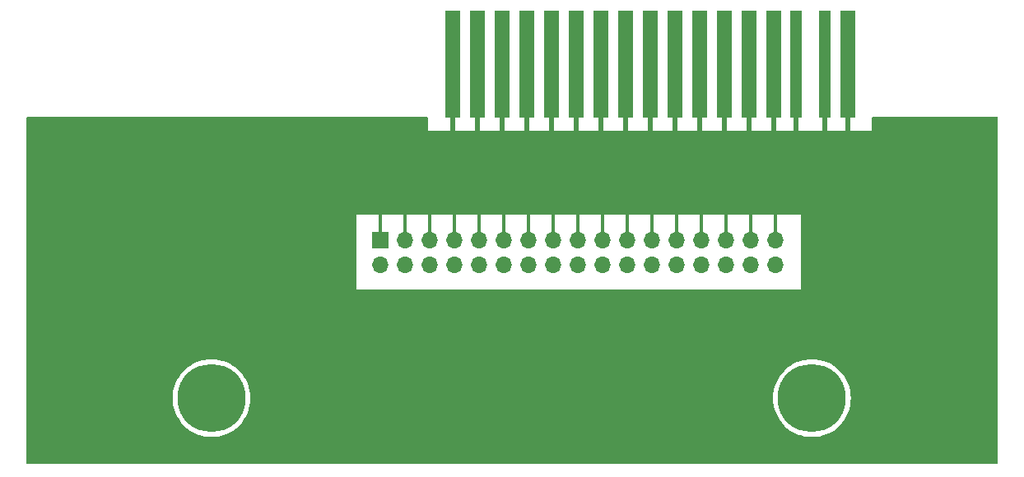
<source format=gbr>
G04 #@! TF.GenerationSoftware,KiCad,Pcbnew,7.0.7*
G04 #@! TF.CreationDate,2023-11-12T13:18:28+03:00*
G04 #@! TF.ProjectId,floppy-adapter-4,666c6f70-7079-42d6-9164-61707465722d,rev?*
G04 #@! TF.SameCoordinates,Original*
G04 #@! TF.FileFunction,Copper,L2,Bot*
G04 #@! TF.FilePolarity,Positive*
%FSLAX46Y46*%
G04 Gerber Fmt 4.6, Leading zero omitted, Abs format (unit mm)*
G04 Created by KiCad (PCBNEW 7.0.7) date 2023-11-12 13:18:28*
%MOMM*%
%LPD*%
G01*
G04 APERTURE LIST*
G04 #@! TA.AperFunction,ComponentPad*
%ADD10C,7.000000*%
G04 #@! TD*
G04 #@! TA.AperFunction,ComponentPad*
%ADD11R,1.700000X1.700000*%
G04 #@! TD*
G04 #@! TA.AperFunction,ComponentPad*
%ADD12O,1.700000X1.700000*%
G04 #@! TD*
G04 #@! TA.AperFunction,SMDPad,CuDef*
%ADD13R,1.600000X11.000000*%
G04 #@! TD*
G04 #@! TA.AperFunction,SMDPad,CuDef*
%ADD14R,1.300000X11.000000*%
G04 #@! TD*
G04 #@! TA.AperFunction,Conductor*
%ADD15C,0.350000*%
G04 #@! TD*
G04 #@! TA.AperFunction,Conductor*
%ADD16C,0.500000*%
G04 #@! TD*
G04 APERTURE END LIST*
D10*
X136600000Y-114800000D03*
X198350000Y-114800000D03*
D11*
X153960000Y-98510000D03*
D12*
X153960000Y-101050000D03*
X156500000Y-98510000D03*
X156500000Y-101050000D03*
X159040000Y-98510000D03*
X159040000Y-101050000D03*
X161580000Y-98510000D03*
X161580000Y-101050000D03*
X164120000Y-98510000D03*
X164120000Y-101050000D03*
X166660000Y-98510000D03*
X166660000Y-101050000D03*
X169200000Y-98510000D03*
X169200000Y-101050000D03*
X171740000Y-98510000D03*
X171740000Y-101050000D03*
X174280000Y-98510000D03*
X174280000Y-101050000D03*
X176820000Y-98510000D03*
X176820000Y-101050000D03*
X179360000Y-98510000D03*
X179360000Y-101050000D03*
X181900000Y-98510000D03*
X181900000Y-101050000D03*
X184440000Y-98510000D03*
X184440000Y-101050000D03*
X186980000Y-98510000D03*
X186980000Y-101050000D03*
X189520000Y-98510000D03*
X189520000Y-101050000D03*
X192060000Y-98510000D03*
X192060000Y-101050000D03*
X194600000Y-98510000D03*
X194600000Y-101050000D03*
D13*
X202023500Y-80441800D03*
D14*
X199674000Y-80454500D03*
X196689500Y-80441800D03*
D13*
X194403500Y-80441800D03*
X191863500Y-80441800D03*
X189323500Y-80441800D03*
X186783500Y-80441800D03*
X184243500Y-80441800D03*
X181703500Y-80441800D03*
X179163500Y-80441800D03*
X176623500Y-80441800D03*
X174083500Y-80441800D03*
X171543500Y-80441800D03*
X169003500Y-80441800D03*
X166463500Y-80441800D03*
X163923500Y-80441800D03*
X161383500Y-80441800D03*
D15*
X181900000Y-98510000D02*
X181900000Y-94900000D01*
D16*
X191863500Y-80441800D02*
X191863500Y-87936500D01*
X199674000Y-80454500D02*
X199674000Y-87974000D01*
X202023500Y-80441800D02*
X202023500Y-88000000D01*
X181703500Y-80441800D02*
X181703500Y-87996500D01*
X186783500Y-80441800D02*
X186783500Y-87983500D01*
X163923500Y-80441800D02*
X163923500Y-88276500D01*
D15*
X184440000Y-98510000D02*
X184440000Y-94760000D01*
D16*
X179163500Y-80441800D02*
X179163500Y-88063500D01*
D15*
X174280000Y-98510000D02*
X174280000Y-94920000D01*
X194600000Y-98510000D02*
X194600000Y-94600000D01*
D16*
X171543500Y-80441800D02*
X171543500Y-88056500D01*
D15*
X156500000Y-98510000D02*
X156500000Y-95100000D01*
X189520000Y-98510000D02*
X189520000Y-94620000D01*
X161580000Y-98510000D02*
X161580000Y-95080000D01*
D16*
X161383500Y-80441800D02*
X161383500Y-88316500D01*
X189323500Y-80441800D02*
X189323500Y-87976500D01*
D15*
X179360000Y-98510000D02*
X179360000Y-94840000D01*
X166660000Y-98510000D02*
X166660000Y-95040000D01*
D16*
X184243500Y-80441800D02*
X184243500Y-87956500D01*
D15*
X153960000Y-98510000D02*
X153960000Y-95240000D01*
X164120000Y-98510000D02*
X164120000Y-95120000D01*
D16*
X176623500Y-80441800D02*
X176623500Y-88076500D01*
X194403500Y-87996500D02*
X194400000Y-88000000D01*
D15*
X171740000Y-98510000D02*
X171740000Y-95040000D01*
D16*
X174083500Y-80441800D02*
X174083500Y-88083500D01*
D15*
X186980000Y-98510000D02*
X186980000Y-94720000D01*
X159040000Y-98510000D02*
X159040000Y-95040000D01*
D16*
X166463500Y-80441800D02*
X166463500Y-88236500D01*
D15*
X192060000Y-98510000D02*
X192060000Y-94560000D01*
X169200000Y-98510000D02*
X169200000Y-95000000D01*
D16*
X169003500Y-80441800D02*
X169003500Y-88196500D01*
X194403500Y-80441800D02*
X194403500Y-87996500D01*
X196689500Y-80441800D02*
X196689500Y-87910500D01*
D15*
X176820000Y-98510000D02*
X176820000Y-94920000D01*
G04 #@! TA.AperFunction,Conductor*
G36*
X158793039Y-85845185D02*
G01*
X158838794Y-85897989D01*
X158850000Y-85949500D01*
X158850000Y-87300000D01*
X204500000Y-87300000D01*
X204500000Y-85949500D01*
X204519685Y-85882461D01*
X204572489Y-85836706D01*
X204624000Y-85825500D01*
X217350500Y-85825500D01*
X217417539Y-85845185D01*
X217463294Y-85897989D01*
X217474500Y-85949500D01*
X217474500Y-121450500D01*
X217454815Y-121517539D01*
X217402011Y-121563294D01*
X217350500Y-121574500D01*
X117649500Y-121574500D01*
X117582461Y-121554815D01*
X117536706Y-121502011D01*
X117525500Y-121450500D01*
X117525500Y-114800000D01*
X132586666Y-114800000D01*
X132605991Y-115193376D01*
X132605991Y-115193381D01*
X132605992Y-115193385D01*
X132663780Y-115582959D01*
X132759482Y-115965019D01*
X132892155Y-116335816D01*
X132892163Y-116335836D01*
X133060555Y-116691873D01*
X133060558Y-116691878D01*
X133060559Y-116691880D01*
X133263033Y-117029686D01*
X133497655Y-117346037D01*
X133762143Y-117637856D01*
X134053962Y-117902344D01*
X134053968Y-117902349D01*
X134370311Y-118136965D01*
X134708127Y-118339445D01*
X135064164Y-118507837D01*
X135064178Y-118507842D01*
X135064183Y-118507844D01*
X135345516Y-118608506D01*
X135434991Y-118640521D01*
X135817037Y-118736219D01*
X136206624Y-118794009D01*
X136600000Y-118813334D01*
X136993376Y-118794009D01*
X137382963Y-118736219D01*
X137765009Y-118640521D01*
X138135836Y-118507837D01*
X138491873Y-118339445D01*
X138829689Y-118136965D01*
X139146032Y-117902349D01*
X139437856Y-117637856D01*
X139702349Y-117346032D01*
X139936965Y-117029689D01*
X140139445Y-116691873D01*
X140307837Y-116335836D01*
X140440521Y-115965009D01*
X140536219Y-115582963D01*
X140594009Y-115193376D01*
X140613334Y-114800000D01*
X194336666Y-114800000D01*
X194355991Y-115193376D01*
X194355991Y-115193381D01*
X194355992Y-115193385D01*
X194413780Y-115582959D01*
X194509482Y-115965019D01*
X194642155Y-116335816D01*
X194642163Y-116335836D01*
X194810555Y-116691873D01*
X194810558Y-116691878D01*
X194810559Y-116691880D01*
X195013033Y-117029686D01*
X195247655Y-117346037D01*
X195512143Y-117637856D01*
X195803962Y-117902344D01*
X195803968Y-117902349D01*
X196120311Y-118136965D01*
X196458127Y-118339445D01*
X196814164Y-118507837D01*
X196814178Y-118507842D01*
X196814183Y-118507844D01*
X197095516Y-118608506D01*
X197184991Y-118640521D01*
X197567037Y-118736219D01*
X197956624Y-118794009D01*
X198350000Y-118813334D01*
X198743376Y-118794009D01*
X199132963Y-118736219D01*
X199515009Y-118640521D01*
X199885836Y-118507837D01*
X200241873Y-118339445D01*
X200579689Y-118136965D01*
X200896032Y-117902349D01*
X201187856Y-117637856D01*
X201452349Y-117346032D01*
X201686965Y-117029689D01*
X201889445Y-116691873D01*
X202057837Y-116335836D01*
X202190521Y-115965009D01*
X202286219Y-115582963D01*
X202344009Y-115193376D01*
X202363334Y-114800000D01*
X202344009Y-114406624D01*
X202286219Y-114017037D01*
X202190521Y-113634991D01*
X202057837Y-113264164D01*
X201889445Y-112908127D01*
X201686965Y-112570311D01*
X201452349Y-112253968D01*
X201452344Y-112253962D01*
X201187856Y-111962143D01*
X200896037Y-111697655D01*
X200579686Y-111463033D01*
X200241880Y-111260559D01*
X200241878Y-111260558D01*
X200241873Y-111260555D01*
X199885836Y-111092163D01*
X199885816Y-111092155D01*
X199515019Y-110959482D01*
X199515013Y-110959480D01*
X199515009Y-110959479D01*
X199132963Y-110863781D01*
X199132962Y-110863780D01*
X199132959Y-110863780D01*
X198743385Y-110805992D01*
X198743381Y-110805991D01*
X198743376Y-110805991D01*
X198350000Y-110786666D01*
X197956624Y-110805991D01*
X197956618Y-110805991D01*
X197956614Y-110805992D01*
X197567040Y-110863780D01*
X197374497Y-110912009D01*
X197184991Y-110959479D01*
X197184988Y-110959479D01*
X197184980Y-110959482D01*
X196814183Y-111092155D01*
X196814163Y-111092163D01*
X196458119Y-111260559D01*
X196120313Y-111463033D01*
X195803962Y-111697655D01*
X195512143Y-111962143D01*
X195247655Y-112253962D01*
X195013033Y-112570313D01*
X194810559Y-112908119D01*
X194642163Y-113264163D01*
X194642155Y-113264183D01*
X194509482Y-113634980D01*
X194413780Y-114017040D01*
X194355992Y-114406614D01*
X194355991Y-114406624D01*
X194336666Y-114800000D01*
X140613334Y-114800000D01*
X140594009Y-114406624D01*
X140536219Y-114017037D01*
X140440521Y-113634991D01*
X140307837Y-113264164D01*
X140139445Y-112908127D01*
X139936965Y-112570311D01*
X139702349Y-112253968D01*
X139702344Y-112253962D01*
X139437856Y-111962143D01*
X139146037Y-111697655D01*
X138829686Y-111463033D01*
X138491880Y-111260559D01*
X138491878Y-111260558D01*
X138491873Y-111260555D01*
X138135836Y-111092163D01*
X138135816Y-111092155D01*
X137765019Y-110959482D01*
X137765013Y-110959480D01*
X137765009Y-110959479D01*
X137382963Y-110863781D01*
X137382962Y-110863780D01*
X137382959Y-110863780D01*
X136993385Y-110805992D01*
X136993381Y-110805991D01*
X136993376Y-110805991D01*
X136600000Y-110786666D01*
X136206624Y-110805991D01*
X136206618Y-110805991D01*
X136206614Y-110805992D01*
X135817040Y-110863780D01*
X135624497Y-110912009D01*
X135434991Y-110959479D01*
X135434988Y-110959479D01*
X135434980Y-110959482D01*
X135064183Y-111092155D01*
X135064163Y-111092163D01*
X134708119Y-111260559D01*
X134370313Y-111463033D01*
X134053962Y-111697655D01*
X133762143Y-111962143D01*
X133497655Y-112253962D01*
X133263033Y-112570313D01*
X133060559Y-112908119D01*
X132892163Y-113264163D01*
X132892155Y-113264183D01*
X132759482Y-113634980D01*
X132663780Y-114017040D01*
X132605992Y-114406614D01*
X132605991Y-114406624D01*
X132586666Y-114800000D01*
X117525500Y-114800000D01*
X117525500Y-95950000D01*
X151500000Y-95950000D01*
X151500000Y-103650000D01*
X197200000Y-103650000D01*
X197200000Y-95950000D01*
X151500000Y-95950000D01*
X117525500Y-95950000D01*
X117525500Y-85949500D01*
X117545185Y-85882461D01*
X117597989Y-85836706D01*
X117649500Y-85825500D01*
X158726000Y-85825500D01*
X158793039Y-85845185D01*
G37*
G04 #@! TD.AperFunction*
M02*

</source>
